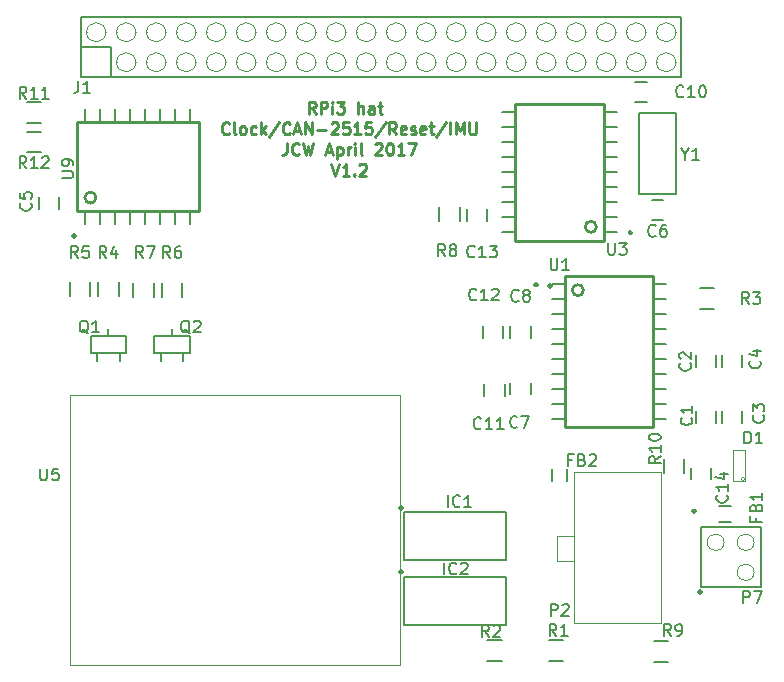
<source format=gto>
G04 #@! TF.FileFunction,Legend,Top*
%FSLAX46Y46*%
G04 Gerber Fmt 4.6, Leading zero omitted, Abs format (unit mm)*
G04 Created by KiCad (PCBNEW 4.0.4+e1-6308~48~ubuntu15.10.1-stable) date Sun Apr 23 18:13:47 2017*
%MOMM*%
%LPD*%
G01*
G04 APERTURE LIST*
%ADD10C,0.100000*%
%ADD11C,0.300000*%
%ADD12C,0.250000*%
%ADD13C,0.150000*%
%ADD14C,0.078740*%
%ADD15C,0.127000*%
%ADD16C,0.254000*%
G04 APERTURE END LIST*
D10*
D11*
X157100000Y-84935714D02*
X157171428Y-85007143D01*
X157100000Y-85078571D01*
X157028571Y-85007143D01*
X157100000Y-84935714D01*
X157100000Y-85078571D01*
X170500000Y-104135714D02*
X170571428Y-104207143D01*
X170500000Y-104278571D01*
X170428571Y-104207143D01*
X170500000Y-104135714D01*
X170500000Y-104278571D01*
X171000000Y-110935714D02*
X171071428Y-111007143D01*
X171000000Y-111078571D01*
X170928571Y-111007143D01*
X171000000Y-110935714D01*
X171000000Y-111078571D01*
X118000000Y-80835714D02*
X118071428Y-80907143D01*
X118000000Y-80978571D01*
X117928571Y-80907143D01*
X118000000Y-80835714D01*
X118000000Y-80978571D01*
X165100000Y-80535714D02*
X165171428Y-80607143D01*
X165100000Y-80678571D01*
X165028571Y-80607143D01*
X165100000Y-80535714D01*
X165100000Y-80678571D01*
X158300000Y-85035714D02*
X158371428Y-85107143D01*
X158300000Y-85178571D01*
X158228571Y-85107143D01*
X158300000Y-85035714D01*
X158300000Y-85178571D01*
X145700000Y-109235714D02*
X145771428Y-109307143D01*
X145700000Y-109378571D01*
X145628571Y-109307143D01*
X145700000Y-109235714D01*
X145700000Y-109378571D01*
X145700000Y-103835714D02*
X145771428Y-103907143D01*
X145700000Y-103978571D01*
X145628571Y-103907143D01*
X145700000Y-103835714D01*
X145700000Y-103978571D01*
D12*
X138442857Y-70527381D02*
X138109523Y-70051190D01*
X137871428Y-70527381D02*
X137871428Y-69527381D01*
X138252381Y-69527381D01*
X138347619Y-69575000D01*
X138395238Y-69622619D01*
X138442857Y-69717857D01*
X138442857Y-69860714D01*
X138395238Y-69955952D01*
X138347619Y-70003571D01*
X138252381Y-70051190D01*
X137871428Y-70051190D01*
X138871428Y-70527381D02*
X138871428Y-69527381D01*
X139252381Y-69527381D01*
X139347619Y-69575000D01*
X139395238Y-69622619D01*
X139442857Y-69717857D01*
X139442857Y-69860714D01*
X139395238Y-69955952D01*
X139347619Y-70003571D01*
X139252381Y-70051190D01*
X138871428Y-70051190D01*
X139871428Y-70527381D02*
X139871428Y-69860714D01*
X139871428Y-69527381D02*
X139823809Y-69575000D01*
X139871428Y-69622619D01*
X139919047Y-69575000D01*
X139871428Y-69527381D01*
X139871428Y-69622619D01*
X140252380Y-69527381D02*
X140871428Y-69527381D01*
X140538094Y-69908333D01*
X140680952Y-69908333D01*
X140776190Y-69955952D01*
X140823809Y-70003571D01*
X140871428Y-70098810D01*
X140871428Y-70336905D01*
X140823809Y-70432143D01*
X140776190Y-70479762D01*
X140680952Y-70527381D01*
X140395237Y-70527381D01*
X140299999Y-70479762D01*
X140252380Y-70432143D01*
X142061904Y-70527381D02*
X142061904Y-69527381D01*
X142490476Y-70527381D02*
X142490476Y-70003571D01*
X142442857Y-69908333D01*
X142347619Y-69860714D01*
X142204761Y-69860714D01*
X142109523Y-69908333D01*
X142061904Y-69955952D01*
X143395238Y-70527381D02*
X143395238Y-70003571D01*
X143347619Y-69908333D01*
X143252381Y-69860714D01*
X143061904Y-69860714D01*
X142966666Y-69908333D01*
X143395238Y-70479762D02*
X143300000Y-70527381D01*
X143061904Y-70527381D01*
X142966666Y-70479762D01*
X142919047Y-70384524D01*
X142919047Y-70289286D01*
X142966666Y-70194048D01*
X143061904Y-70146429D01*
X143300000Y-70146429D01*
X143395238Y-70098810D01*
X143728571Y-69860714D02*
X144109523Y-69860714D01*
X143871428Y-69527381D02*
X143871428Y-70384524D01*
X143919047Y-70479762D01*
X144014285Y-70527381D01*
X144109523Y-70527381D01*
X131133333Y-72182143D02*
X131085714Y-72229762D01*
X130942857Y-72277381D01*
X130847619Y-72277381D01*
X130704761Y-72229762D01*
X130609523Y-72134524D01*
X130561904Y-72039286D01*
X130514285Y-71848810D01*
X130514285Y-71705952D01*
X130561904Y-71515476D01*
X130609523Y-71420238D01*
X130704761Y-71325000D01*
X130847619Y-71277381D01*
X130942857Y-71277381D01*
X131085714Y-71325000D01*
X131133333Y-71372619D01*
X131704761Y-72277381D02*
X131609523Y-72229762D01*
X131561904Y-72134524D01*
X131561904Y-71277381D01*
X132228571Y-72277381D02*
X132133333Y-72229762D01*
X132085714Y-72182143D01*
X132038095Y-72086905D01*
X132038095Y-71801190D01*
X132085714Y-71705952D01*
X132133333Y-71658333D01*
X132228571Y-71610714D01*
X132371429Y-71610714D01*
X132466667Y-71658333D01*
X132514286Y-71705952D01*
X132561905Y-71801190D01*
X132561905Y-72086905D01*
X132514286Y-72182143D01*
X132466667Y-72229762D01*
X132371429Y-72277381D01*
X132228571Y-72277381D01*
X133419048Y-72229762D02*
X133323810Y-72277381D01*
X133133333Y-72277381D01*
X133038095Y-72229762D01*
X132990476Y-72182143D01*
X132942857Y-72086905D01*
X132942857Y-71801190D01*
X132990476Y-71705952D01*
X133038095Y-71658333D01*
X133133333Y-71610714D01*
X133323810Y-71610714D01*
X133419048Y-71658333D01*
X133847619Y-72277381D02*
X133847619Y-71277381D01*
X133942857Y-71896429D02*
X134228572Y-72277381D01*
X134228572Y-71610714D02*
X133847619Y-71991667D01*
X135371429Y-71229762D02*
X134514286Y-72515476D01*
X136276191Y-72182143D02*
X136228572Y-72229762D01*
X136085715Y-72277381D01*
X135990477Y-72277381D01*
X135847619Y-72229762D01*
X135752381Y-72134524D01*
X135704762Y-72039286D01*
X135657143Y-71848810D01*
X135657143Y-71705952D01*
X135704762Y-71515476D01*
X135752381Y-71420238D01*
X135847619Y-71325000D01*
X135990477Y-71277381D01*
X136085715Y-71277381D01*
X136228572Y-71325000D01*
X136276191Y-71372619D01*
X136657143Y-71991667D02*
X137133334Y-71991667D01*
X136561905Y-72277381D02*
X136895238Y-71277381D01*
X137228572Y-72277381D01*
X137561905Y-72277381D02*
X137561905Y-71277381D01*
X138133334Y-72277381D01*
X138133334Y-71277381D01*
X138609524Y-71896429D02*
X139371429Y-71896429D01*
X139800000Y-71372619D02*
X139847619Y-71325000D01*
X139942857Y-71277381D01*
X140180953Y-71277381D01*
X140276191Y-71325000D01*
X140323810Y-71372619D01*
X140371429Y-71467857D01*
X140371429Y-71563095D01*
X140323810Y-71705952D01*
X139752381Y-72277381D01*
X140371429Y-72277381D01*
X141276191Y-71277381D02*
X140800000Y-71277381D01*
X140752381Y-71753571D01*
X140800000Y-71705952D01*
X140895238Y-71658333D01*
X141133334Y-71658333D01*
X141228572Y-71705952D01*
X141276191Y-71753571D01*
X141323810Y-71848810D01*
X141323810Y-72086905D01*
X141276191Y-72182143D01*
X141228572Y-72229762D01*
X141133334Y-72277381D01*
X140895238Y-72277381D01*
X140800000Y-72229762D01*
X140752381Y-72182143D01*
X142276191Y-72277381D02*
X141704762Y-72277381D01*
X141990476Y-72277381D02*
X141990476Y-71277381D01*
X141895238Y-71420238D01*
X141800000Y-71515476D01*
X141704762Y-71563095D01*
X143180953Y-71277381D02*
X142704762Y-71277381D01*
X142657143Y-71753571D01*
X142704762Y-71705952D01*
X142800000Y-71658333D01*
X143038096Y-71658333D01*
X143133334Y-71705952D01*
X143180953Y-71753571D01*
X143228572Y-71848810D01*
X143228572Y-72086905D01*
X143180953Y-72182143D01*
X143133334Y-72229762D01*
X143038096Y-72277381D01*
X142800000Y-72277381D01*
X142704762Y-72229762D01*
X142657143Y-72182143D01*
X144371429Y-71229762D02*
X143514286Y-72515476D01*
X145276191Y-72277381D02*
X144942857Y-71801190D01*
X144704762Y-72277381D02*
X144704762Y-71277381D01*
X145085715Y-71277381D01*
X145180953Y-71325000D01*
X145228572Y-71372619D01*
X145276191Y-71467857D01*
X145276191Y-71610714D01*
X145228572Y-71705952D01*
X145180953Y-71753571D01*
X145085715Y-71801190D01*
X144704762Y-71801190D01*
X146085715Y-72229762D02*
X145990477Y-72277381D01*
X145800000Y-72277381D01*
X145704762Y-72229762D01*
X145657143Y-72134524D01*
X145657143Y-71753571D01*
X145704762Y-71658333D01*
X145800000Y-71610714D01*
X145990477Y-71610714D01*
X146085715Y-71658333D01*
X146133334Y-71753571D01*
X146133334Y-71848810D01*
X145657143Y-71944048D01*
X146514286Y-72229762D02*
X146609524Y-72277381D01*
X146800000Y-72277381D01*
X146895239Y-72229762D01*
X146942858Y-72134524D01*
X146942858Y-72086905D01*
X146895239Y-71991667D01*
X146800000Y-71944048D01*
X146657143Y-71944048D01*
X146561905Y-71896429D01*
X146514286Y-71801190D01*
X146514286Y-71753571D01*
X146561905Y-71658333D01*
X146657143Y-71610714D01*
X146800000Y-71610714D01*
X146895239Y-71658333D01*
X147752382Y-72229762D02*
X147657144Y-72277381D01*
X147466667Y-72277381D01*
X147371429Y-72229762D01*
X147323810Y-72134524D01*
X147323810Y-71753571D01*
X147371429Y-71658333D01*
X147466667Y-71610714D01*
X147657144Y-71610714D01*
X147752382Y-71658333D01*
X147800001Y-71753571D01*
X147800001Y-71848810D01*
X147323810Y-71944048D01*
X148085715Y-71610714D02*
X148466667Y-71610714D01*
X148228572Y-71277381D02*
X148228572Y-72134524D01*
X148276191Y-72229762D01*
X148371429Y-72277381D01*
X148466667Y-72277381D01*
X149514287Y-71229762D02*
X148657144Y-72515476D01*
X149847620Y-72277381D02*
X149847620Y-71277381D01*
X150323810Y-72277381D02*
X150323810Y-71277381D01*
X150657144Y-71991667D01*
X150990477Y-71277381D01*
X150990477Y-72277381D01*
X151466667Y-71277381D02*
X151466667Y-72086905D01*
X151514286Y-72182143D01*
X151561905Y-72229762D01*
X151657143Y-72277381D01*
X151847620Y-72277381D01*
X151942858Y-72229762D01*
X151990477Y-72182143D01*
X152038096Y-72086905D01*
X152038096Y-71277381D01*
X136014286Y-73027381D02*
X136014286Y-73741667D01*
X135966666Y-73884524D01*
X135871428Y-73979762D01*
X135728571Y-74027381D01*
X135633333Y-74027381D01*
X137061905Y-73932143D02*
X137014286Y-73979762D01*
X136871429Y-74027381D01*
X136776191Y-74027381D01*
X136633333Y-73979762D01*
X136538095Y-73884524D01*
X136490476Y-73789286D01*
X136442857Y-73598810D01*
X136442857Y-73455952D01*
X136490476Y-73265476D01*
X136538095Y-73170238D01*
X136633333Y-73075000D01*
X136776191Y-73027381D01*
X136871429Y-73027381D01*
X137014286Y-73075000D01*
X137061905Y-73122619D01*
X137395238Y-73027381D02*
X137633333Y-74027381D01*
X137823810Y-73313095D01*
X138014286Y-74027381D01*
X138252381Y-73027381D01*
X139347619Y-73741667D02*
X139823810Y-73741667D01*
X139252381Y-74027381D02*
X139585714Y-73027381D01*
X139919048Y-74027381D01*
X140252381Y-73360714D02*
X140252381Y-74360714D01*
X140252381Y-73408333D02*
X140347619Y-73360714D01*
X140538096Y-73360714D01*
X140633334Y-73408333D01*
X140680953Y-73455952D01*
X140728572Y-73551190D01*
X140728572Y-73836905D01*
X140680953Y-73932143D01*
X140633334Y-73979762D01*
X140538096Y-74027381D01*
X140347619Y-74027381D01*
X140252381Y-73979762D01*
X141157143Y-74027381D02*
X141157143Y-73360714D01*
X141157143Y-73551190D02*
X141204762Y-73455952D01*
X141252381Y-73408333D01*
X141347619Y-73360714D01*
X141442858Y-73360714D01*
X141776191Y-74027381D02*
X141776191Y-73360714D01*
X141776191Y-73027381D02*
X141728572Y-73075000D01*
X141776191Y-73122619D01*
X141823810Y-73075000D01*
X141776191Y-73027381D01*
X141776191Y-73122619D01*
X142395238Y-74027381D02*
X142300000Y-73979762D01*
X142252381Y-73884524D01*
X142252381Y-73027381D01*
X143490477Y-73122619D02*
X143538096Y-73075000D01*
X143633334Y-73027381D01*
X143871430Y-73027381D01*
X143966668Y-73075000D01*
X144014287Y-73122619D01*
X144061906Y-73217857D01*
X144061906Y-73313095D01*
X144014287Y-73455952D01*
X143442858Y-74027381D01*
X144061906Y-74027381D01*
X144680953Y-73027381D02*
X144776192Y-73027381D01*
X144871430Y-73075000D01*
X144919049Y-73122619D01*
X144966668Y-73217857D01*
X145014287Y-73408333D01*
X145014287Y-73646429D01*
X144966668Y-73836905D01*
X144919049Y-73932143D01*
X144871430Y-73979762D01*
X144776192Y-74027381D01*
X144680953Y-74027381D01*
X144585715Y-73979762D01*
X144538096Y-73932143D01*
X144490477Y-73836905D01*
X144442858Y-73646429D01*
X144442858Y-73408333D01*
X144490477Y-73217857D01*
X144538096Y-73122619D01*
X144585715Y-73075000D01*
X144680953Y-73027381D01*
X145966668Y-74027381D02*
X145395239Y-74027381D01*
X145680953Y-74027381D02*
X145680953Y-73027381D01*
X145585715Y-73170238D01*
X145490477Y-73265476D01*
X145395239Y-73313095D01*
X146300001Y-73027381D02*
X146966668Y-73027381D01*
X146538096Y-74027381D01*
X139776191Y-74777381D02*
X140109524Y-75777381D01*
X140442858Y-74777381D01*
X141300001Y-75777381D02*
X140728572Y-75777381D01*
X141014286Y-75777381D02*
X141014286Y-74777381D01*
X140919048Y-74920238D01*
X140823810Y-75015476D01*
X140728572Y-75063095D01*
X141728572Y-75682143D02*
X141776191Y-75729762D01*
X141728572Y-75777381D01*
X141680953Y-75729762D01*
X141728572Y-75682143D01*
X141728572Y-75777381D01*
X142157143Y-74872619D02*
X142204762Y-74825000D01*
X142300000Y-74777381D01*
X142538096Y-74777381D01*
X142633334Y-74825000D01*
X142680953Y-74872619D01*
X142728572Y-74967857D01*
X142728572Y-75063095D01*
X142680953Y-75205952D01*
X142109524Y-75777381D01*
X142728572Y-75777381D01*
D13*
X170650000Y-95700000D02*
X170650000Y-96700000D01*
X172350000Y-96700000D02*
X172350000Y-95700000D01*
X170650000Y-91000000D02*
X170650000Y-92000000D01*
X172350000Y-92000000D02*
X172350000Y-91000000D01*
X172850000Y-95700000D02*
X172850000Y-96700000D01*
X174550000Y-96700000D02*
X174550000Y-95700000D01*
X172850000Y-91000000D02*
X172850000Y-92000000D01*
X174550000Y-92000000D02*
X174550000Y-91000000D01*
X166900000Y-79550000D02*
X167900000Y-79550000D01*
X167900000Y-77850000D02*
X166900000Y-77850000D01*
X154950000Y-93300000D02*
X154950000Y-94300000D01*
X156650000Y-94300000D02*
X156650000Y-93300000D01*
X154950000Y-88500000D02*
X154950000Y-89500000D01*
X156650000Y-89500000D02*
X156650000Y-88500000D01*
X165500000Y-69550000D02*
X166500000Y-69550000D01*
X166500000Y-67850000D02*
X165500000Y-67850000D01*
X152750000Y-93400000D02*
X152750000Y-94400000D01*
X154450000Y-94400000D02*
X154450000Y-93400000D01*
X152650000Y-88500000D02*
X152650000Y-89500000D01*
X154350000Y-89500000D02*
X154350000Y-88500000D01*
X151250000Y-78600000D02*
X151250000Y-79600000D01*
X152950000Y-79600000D02*
X152950000Y-78600000D01*
D14*
X174809590Y-101476020D02*
G75*
G03X174809590Y-101476020I-159070J0D01*
G01*
X173792000Y-99030000D02*
X174808000Y-99030000D01*
X173792000Y-101633500D02*
X174808000Y-101633500D01*
X174808000Y-99030000D02*
X174808000Y-101633500D01*
X173792000Y-101633500D02*
X173792000Y-99030000D01*
D15*
X121852500Y-90798500D02*
X121852500Y-91458900D01*
X119947500Y-90798500D02*
X119947500Y-91458900D01*
X120900000Y-89401500D02*
X120900000Y-88741100D01*
X119401400Y-89401500D02*
X122398600Y-89401500D01*
X122398600Y-89401500D02*
X122398600Y-90798500D01*
X122398600Y-90798500D02*
X119401400Y-90798500D01*
X119401400Y-90798500D02*
X119401400Y-89401500D01*
X127252500Y-90798500D02*
X127252500Y-91458900D01*
X125347500Y-90798500D02*
X125347500Y-91458900D01*
X126300000Y-89401500D02*
X126300000Y-88741100D01*
X124801400Y-89401500D02*
X127798600Y-89401500D01*
X127798600Y-89401500D02*
X127798600Y-90798500D01*
X127798600Y-90798500D02*
X124801400Y-90798500D01*
X124801400Y-90798500D02*
X124801400Y-89401500D01*
D13*
X159400000Y-116875000D02*
X158200000Y-116875000D01*
X158200000Y-115125000D02*
X159400000Y-115125000D01*
X154200000Y-116875000D02*
X153000000Y-116875000D01*
X153000000Y-115125000D02*
X154200000Y-115125000D01*
X172200000Y-87075000D02*
X171000000Y-87075000D01*
X171000000Y-85325000D02*
X172200000Y-85325000D01*
X121775000Y-84800000D02*
X121775000Y-86000000D01*
X120025000Y-86000000D02*
X120025000Y-84800000D01*
X117625000Y-86000000D02*
X117625000Y-84800000D01*
X119375000Y-84800000D02*
X119375000Y-86000000D01*
X127175000Y-84900000D02*
X127175000Y-86100000D01*
X125425000Y-86100000D02*
X125425000Y-84900000D01*
X123025000Y-86100000D02*
X123025000Y-84900000D01*
X124775000Y-84900000D02*
X124775000Y-86100000D01*
X150675000Y-78400000D02*
X150675000Y-79600000D01*
X148925000Y-79600000D02*
X148925000Y-78400000D01*
X167100000Y-115225000D02*
X168300000Y-115225000D01*
X168300000Y-116975000D02*
X167100000Y-116975000D01*
X167925000Y-101000000D02*
X167925000Y-99800000D01*
X169675000Y-99800000D02*
X169675000Y-101000000D01*
D16*
X155350960Y-69701180D02*
X155350960Y-81298820D01*
X162849040Y-81298820D02*
X162849040Y-69701180D01*
D15*
X155340800Y-70420000D02*
X154248600Y-70420000D01*
X155340800Y-71690000D02*
X154248600Y-71690000D01*
X155340800Y-72960000D02*
X154248600Y-72960000D01*
X163951400Y-80580000D02*
X162859200Y-80580000D01*
D16*
X162849040Y-69701180D02*
X155350960Y-69701180D01*
X155350960Y-81298820D02*
X162849040Y-81298820D01*
D15*
X155340800Y-80580000D02*
X154248600Y-80580000D01*
X155340800Y-79310000D02*
X154248600Y-79310000D01*
X155340800Y-78040000D02*
X154248600Y-78040000D01*
X154248600Y-76770000D02*
X155340800Y-76770000D01*
X154248600Y-75500000D02*
X155340800Y-75500000D01*
X154248600Y-74230000D02*
X155340800Y-74230000D01*
X162859200Y-70420000D02*
X163951400Y-70420000D01*
X162859200Y-71690000D02*
X163951400Y-71690000D01*
X162859200Y-72960000D02*
X163951400Y-72960000D01*
X162859200Y-79310000D02*
X163951400Y-79310000D01*
X163951400Y-78040000D02*
X162859200Y-78040000D01*
X163951400Y-74230000D02*
X162859200Y-74230000D01*
X163951400Y-75500000D02*
X162859200Y-75500000D01*
X163951400Y-76770000D02*
X162859200Y-76770000D01*
D16*
X162219147Y-80115180D02*
G75*
G03X162219147Y-80115180I-472467J0D01*
G01*
X128551120Y-71250960D02*
X118248880Y-71250960D01*
X118248880Y-78749040D02*
X128551120Y-78749040D01*
D15*
X127845000Y-71240800D02*
X127845000Y-70148600D01*
X126575000Y-71240800D02*
X126575000Y-70148600D01*
X125305000Y-71240800D02*
X125305000Y-70148600D01*
D16*
X128551120Y-78749040D02*
X128551120Y-71250960D01*
X118248880Y-71250960D02*
X118248880Y-78749040D01*
D15*
X118955000Y-71240800D02*
X118955000Y-70148600D01*
X120225000Y-71240800D02*
X120225000Y-70148600D01*
X121495000Y-70148600D02*
X121495000Y-71240800D01*
X122765000Y-70148600D02*
X122765000Y-71240800D01*
X124035000Y-70148600D02*
X124035000Y-71240800D01*
X127845000Y-78759200D02*
X127845000Y-79851400D01*
X126575000Y-78759200D02*
X126575000Y-79851400D01*
X125305000Y-78759200D02*
X125305000Y-79851400D01*
X118955000Y-78759200D02*
X118955000Y-79851400D01*
X120225000Y-79851400D02*
X120225000Y-78759200D01*
X124035000Y-79851400D02*
X124035000Y-78759200D01*
X122765000Y-79851400D02*
X122765000Y-78759200D01*
X121495000Y-79851400D02*
X121495000Y-78759200D01*
D16*
X119856727Y-77646680D02*
G75*
G03X119856727Y-77646680I-472467J0D01*
G01*
D13*
X169000000Y-70500000D02*
X169000000Y-77300000D01*
X169000000Y-77300000D02*
X165800000Y-77300000D01*
X165800000Y-77300000D02*
X165800000Y-70500000D01*
X165800000Y-70500000D02*
X169000000Y-70500000D01*
X173600000Y-105075000D02*
X172600000Y-105075000D01*
X172600000Y-103725000D02*
X173600000Y-103725000D01*
X159775000Y-100600000D02*
X159775000Y-101600000D01*
X158425000Y-101600000D02*
X158425000Y-100600000D01*
X171060000Y-105560000D02*
X176140000Y-105560000D01*
X176140000Y-105560000D02*
X176140000Y-110640000D01*
X176140000Y-110640000D02*
X171060000Y-110640000D01*
X171060000Y-110640000D02*
X171060000Y-105560000D01*
D16*
X159550960Y-84299200D02*
X159550960Y-97100800D01*
X167049040Y-97100800D02*
X167049040Y-84299200D01*
D15*
X168151400Y-96415000D02*
X167059200Y-96415000D01*
X167059200Y-95145000D02*
X168151400Y-95145000D01*
X167059200Y-93875000D02*
X168151400Y-93875000D01*
X167059200Y-92605000D02*
X168151400Y-92605000D01*
X158448600Y-84985000D02*
X159540800Y-84985000D01*
X159540800Y-96415000D02*
X158448600Y-96415000D01*
D16*
X159550960Y-97100800D02*
X167049040Y-97100800D01*
X167049040Y-84299200D02*
X159550960Y-84299200D01*
D15*
X167059200Y-84985000D02*
X168151400Y-84985000D01*
X167059200Y-86255000D02*
X168151400Y-86255000D01*
X167059200Y-87525000D02*
X168151400Y-87525000D01*
X168151400Y-88795000D02*
X167059200Y-88795000D01*
X168151400Y-90065000D02*
X167059200Y-90065000D01*
X168151400Y-91335000D02*
X167059200Y-91335000D01*
X159540800Y-95145000D02*
X158448600Y-95145000D01*
X159540800Y-93875000D02*
X158448600Y-93875000D01*
X159540800Y-92605000D02*
X158448600Y-92605000D01*
X159540800Y-86255000D02*
X158448600Y-86255000D01*
X158448600Y-87525000D02*
X159540800Y-87525000D01*
X158448600Y-91335000D02*
X159540800Y-91335000D01*
X158448600Y-90065000D02*
X159540800Y-90065000D01*
X158448600Y-88795000D02*
X159540800Y-88795000D01*
D16*
X161125787Y-85485380D02*
G75*
G03X161125787Y-85485380I-472467J0D01*
G01*
D13*
X116699000Y-78592300D02*
X116699000Y-77592300D01*
X114999000Y-77592300D02*
X114999000Y-78592300D01*
X115243000Y-71309200D02*
X114043000Y-71309200D01*
X114043000Y-69559200D02*
X115243000Y-69559200D01*
X115205000Y-73798400D02*
X114005000Y-73798400D01*
X114005000Y-72048400D02*
X115205000Y-72048400D01*
X171950000Y-101500000D02*
X171950000Y-100500000D01*
X170250000Y-100500000D02*
X170250000Y-101500000D01*
X169398000Y-62379000D02*
X118598000Y-62379000D01*
X121138000Y-67459000D02*
X169398000Y-67459000D01*
X169398000Y-62379000D02*
X169398000Y-67459000D01*
X118598000Y-62379000D02*
X118598000Y-64919000D01*
X118598000Y-67459000D02*
X121138000Y-67459000D01*
X118598000Y-64919000D02*
X121138000Y-64919000D01*
X121138000Y-64919000D02*
X121138000Y-67459000D01*
X118598000Y-67459000D02*
X118598000Y-64919000D01*
X154566000Y-104238000D02*
X154566000Y-108302000D01*
X154566000Y-108302000D02*
X145930000Y-108302000D01*
X145930000Y-108302000D02*
X145930000Y-104238000D01*
X145930000Y-104238000D02*
X154566000Y-104238000D01*
X154566000Y-109738000D02*
X154566000Y-113802000D01*
X154566000Y-113802000D02*
X145930000Y-113802000D01*
X145930000Y-113802000D02*
X145930000Y-109738000D01*
X145930000Y-109738000D02*
X154566000Y-109738000D01*
D10*
X158900000Y-108400000D02*
X160300000Y-108400000D01*
X158900000Y-108400000D02*
X158900000Y-106300000D01*
X158900000Y-106300000D02*
X160300000Y-106300000D01*
X160300000Y-100900000D02*
X160300000Y-111300000D01*
X167700000Y-111500000D02*
X167700000Y-113700000D01*
X167700000Y-113700000D02*
X160300000Y-113700000D01*
X160300000Y-113700000D02*
X160300000Y-111300000D01*
X160300000Y-100900000D02*
X167700000Y-100900000D01*
X167700000Y-100900000D02*
X167700000Y-103100000D01*
X167700000Y-111500000D02*
X167700000Y-103100000D01*
X131600000Y-117230000D02*
X117630000Y-117230000D01*
X117630000Y-117230000D02*
X117630000Y-94370000D01*
X117630000Y-94370000D02*
X145570000Y-94370000D01*
X145570000Y-94370000D02*
X145570000Y-117230000D01*
X145570000Y-117230000D02*
X131600000Y-117230000D01*
X131600000Y-94370000D02*
X122710000Y-94370000D01*
X117630000Y-105800000D02*
X117630000Y-99450000D01*
X145570000Y-105800000D02*
X145570000Y-113420000D01*
X173042000Y-106830000D02*
G75*
G03X173042000Y-106830000I-712000J0D01*
G01*
X175582000Y-109370000D02*
G75*
G03X175582000Y-109370000I-712000J0D01*
G01*
X175582000Y-106830000D02*
G75*
G03X175582000Y-106830000I-712000J0D01*
G01*
X119054400Y-63649000D02*
X119054400Y-63649000D01*
X120681600Y-63649000D02*
X120681600Y-63649000D01*
X119054400Y-63649000D02*
G75*
G03X120681600Y-63649000I813600J0D01*
G01*
X120681600Y-63649000D02*
G75*
G03X119054400Y-63649000I-813600J0D01*
G01*
X121594400Y-66189000D02*
X121594400Y-66189000D01*
X123221600Y-66189000D02*
X123221600Y-66189000D01*
X121594400Y-66189000D02*
G75*
G03X123221600Y-66189000I813600J0D01*
G01*
X123221600Y-66189000D02*
G75*
G03X121594400Y-66189000I-813600J0D01*
G01*
X121594400Y-63649000D02*
X121594400Y-63649000D01*
X123221600Y-63649000D02*
X123221600Y-63649000D01*
X121594400Y-63649000D02*
G75*
G03X123221600Y-63649000I813600J0D01*
G01*
X123221600Y-63649000D02*
G75*
G03X121594400Y-63649000I-813600J0D01*
G01*
X124134400Y-66189000D02*
X124134400Y-66189000D01*
X125761600Y-66189000D02*
X125761600Y-66189000D01*
X124134400Y-66189000D02*
G75*
G03X125761600Y-66189000I813600J0D01*
G01*
X125761600Y-66189000D02*
G75*
G03X124134400Y-66189000I-813600J0D01*
G01*
X124134400Y-63649000D02*
X124134400Y-63649000D01*
X125761600Y-63649000D02*
X125761600Y-63649000D01*
X124134400Y-63649000D02*
G75*
G03X125761600Y-63649000I813600J0D01*
G01*
X125761600Y-63649000D02*
G75*
G03X124134400Y-63649000I-813600J0D01*
G01*
X126674400Y-66189000D02*
X126674400Y-66189000D01*
X128301600Y-66189000D02*
X128301600Y-66189000D01*
X126674400Y-66189000D02*
G75*
G03X128301600Y-66189000I813600J0D01*
G01*
X128301600Y-66189000D02*
G75*
G03X126674400Y-66189000I-813600J0D01*
G01*
X126674400Y-63649000D02*
X126674400Y-63649000D01*
X128301600Y-63649000D02*
X128301600Y-63649000D01*
X126674400Y-63649000D02*
G75*
G03X128301600Y-63649000I813600J0D01*
G01*
X128301600Y-63649000D02*
G75*
G03X126674400Y-63649000I-813600J0D01*
G01*
X129214400Y-66189000D02*
X129214400Y-66189000D01*
X130841600Y-66189000D02*
X130841600Y-66189000D01*
X129214400Y-66189000D02*
G75*
G03X130841600Y-66189000I813600J0D01*
G01*
X130841600Y-66189000D02*
G75*
G03X129214400Y-66189000I-813600J0D01*
G01*
X129214400Y-63649000D02*
X129214400Y-63649000D01*
X130841600Y-63649000D02*
X130841600Y-63649000D01*
X129214400Y-63649000D02*
G75*
G03X130841600Y-63649000I813600J0D01*
G01*
X130841600Y-63649000D02*
G75*
G03X129214400Y-63649000I-813600J0D01*
G01*
X131754400Y-66189000D02*
X131754400Y-66189000D01*
X133381600Y-66189000D02*
X133381600Y-66189000D01*
X131754400Y-66189000D02*
G75*
G03X133381600Y-66189000I813600J0D01*
G01*
X133381600Y-66189000D02*
G75*
G03X131754400Y-66189000I-813600J0D01*
G01*
X131754400Y-63649000D02*
X131754400Y-63649000D01*
X133381600Y-63649000D02*
X133381600Y-63649000D01*
X131754400Y-63649000D02*
G75*
G03X133381600Y-63649000I813600J0D01*
G01*
X133381600Y-63649000D02*
G75*
G03X131754400Y-63649000I-813600J0D01*
G01*
X134294400Y-66189000D02*
X134294400Y-66189000D01*
X135921600Y-66189000D02*
X135921600Y-66189000D01*
X134294400Y-66189000D02*
G75*
G03X135921600Y-66189000I813600J0D01*
G01*
X135921600Y-66189000D02*
G75*
G03X134294400Y-66189000I-813600J0D01*
G01*
X134294400Y-63649000D02*
X134294400Y-63649000D01*
X135921600Y-63649000D02*
X135921600Y-63649000D01*
X134294400Y-63649000D02*
G75*
G03X135921600Y-63649000I813600J0D01*
G01*
X135921600Y-63649000D02*
G75*
G03X134294400Y-63649000I-813600J0D01*
G01*
X136834400Y-66189000D02*
X136834400Y-66189000D01*
X138461600Y-66189000D02*
X138461600Y-66189000D01*
X136834400Y-66189000D02*
G75*
G03X138461600Y-66189000I813600J0D01*
G01*
X138461600Y-66189000D02*
G75*
G03X136834400Y-66189000I-813600J0D01*
G01*
X136834400Y-63649000D02*
X136834400Y-63649000D01*
X138461600Y-63649000D02*
X138461600Y-63649000D01*
X136834400Y-63649000D02*
G75*
G03X138461600Y-63649000I813600J0D01*
G01*
X138461600Y-63649000D02*
G75*
G03X136834400Y-63649000I-813600J0D01*
G01*
X139374400Y-66189000D02*
X139374400Y-66189000D01*
X141001600Y-66189000D02*
X141001600Y-66189000D01*
X139374400Y-66189000D02*
G75*
G03X141001600Y-66189000I813600J0D01*
G01*
X141001600Y-66189000D02*
G75*
G03X139374400Y-66189000I-813600J0D01*
G01*
X139374400Y-63649000D02*
X139374400Y-63649000D01*
X141001600Y-63649000D02*
X141001600Y-63649000D01*
X139374400Y-63649000D02*
G75*
G03X141001600Y-63649000I813600J0D01*
G01*
X141001600Y-63649000D02*
G75*
G03X139374400Y-63649000I-813600J0D01*
G01*
X141914400Y-66189000D02*
X141914400Y-66189000D01*
X143541600Y-66189000D02*
X143541600Y-66189000D01*
X141914400Y-66189000D02*
G75*
G03X143541600Y-66189000I813600J0D01*
G01*
X143541600Y-66189000D02*
G75*
G03X141914400Y-66189000I-813600J0D01*
G01*
X141914400Y-63649000D02*
X141914400Y-63649000D01*
X143541600Y-63649000D02*
X143541600Y-63649000D01*
X141914400Y-63649000D02*
G75*
G03X143541600Y-63649000I813600J0D01*
G01*
X143541600Y-63649000D02*
G75*
G03X141914400Y-63649000I-813600J0D01*
G01*
X144454400Y-66189000D02*
X144454400Y-66189000D01*
X146081600Y-66189000D02*
X146081600Y-66189000D01*
X144454400Y-66189000D02*
G75*
G03X146081600Y-66189000I813600J0D01*
G01*
X146081600Y-66189000D02*
G75*
G03X144454400Y-66189000I-813600J0D01*
G01*
X144454400Y-63649000D02*
X144454400Y-63649000D01*
X146081600Y-63649000D02*
X146081600Y-63649000D01*
X144454400Y-63649000D02*
G75*
G03X146081600Y-63649000I813600J0D01*
G01*
X146081600Y-63649000D02*
G75*
G03X144454400Y-63649000I-813600J0D01*
G01*
X146994400Y-66189000D02*
X146994400Y-66189000D01*
X148621600Y-66189000D02*
X148621600Y-66189000D01*
X146994400Y-66189000D02*
G75*
G03X148621600Y-66189000I813600J0D01*
G01*
X148621600Y-66189000D02*
G75*
G03X146994400Y-66189000I-813600J0D01*
G01*
X146994400Y-63649000D02*
X146994400Y-63649000D01*
X148621600Y-63649000D02*
X148621600Y-63649000D01*
X146994400Y-63649000D02*
G75*
G03X148621600Y-63649000I813600J0D01*
G01*
X148621600Y-63649000D02*
G75*
G03X146994400Y-63649000I-813600J0D01*
G01*
X149534400Y-66189000D02*
X149534400Y-66189000D01*
X151161600Y-66189000D02*
X151161600Y-66189000D01*
X149534400Y-66189000D02*
G75*
G03X151161600Y-66189000I813600J0D01*
G01*
X151161600Y-66189000D02*
G75*
G03X149534400Y-66189000I-813600J0D01*
G01*
X149534400Y-63649000D02*
X149534400Y-63649000D01*
X151161600Y-63649000D02*
X151161600Y-63649000D01*
X149534400Y-63649000D02*
G75*
G03X151161600Y-63649000I813600J0D01*
G01*
X151161600Y-63649000D02*
G75*
G03X149534400Y-63649000I-813600J0D01*
G01*
X152074400Y-66189000D02*
X152074400Y-66189000D01*
X153701600Y-66189000D02*
X153701600Y-66189000D01*
X152074400Y-66189000D02*
G75*
G03X153701600Y-66189000I813600J0D01*
G01*
X153701600Y-66189000D02*
G75*
G03X152074400Y-66189000I-813600J0D01*
G01*
X152074400Y-63649000D02*
X152074400Y-63649000D01*
X153701600Y-63649000D02*
X153701600Y-63649000D01*
X152074400Y-63649000D02*
G75*
G03X153701600Y-63649000I813600J0D01*
G01*
X153701600Y-63649000D02*
G75*
G03X152074400Y-63649000I-813600J0D01*
G01*
X154614400Y-66189000D02*
X154614400Y-66189000D01*
X156241600Y-66189000D02*
X156241600Y-66189000D01*
X154614400Y-66189000D02*
G75*
G03X156241600Y-66189000I813600J0D01*
G01*
X156241600Y-66189000D02*
G75*
G03X154614400Y-66189000I-813600J0D01*
G01*
X154614400Y-63649000D02*
X154614400Y-63649000D01*
X156241600Y-63649000D02*
X156241600Y-63649000D01*
X154614400Y-63649000D02*
G75*
G03X156241600Y-63649000I813600J0D01*
G01*
X156241600Y-63649000D02*
G75*
G03X154614400Y-63649000I-813600J0D01*
G01*
X157154400Y-66189000D02*
X157154400Y-66189000D01*
X158781600Y-66189000D02*
X158781600Y-66189000D01*
X157154400Y-66189000D02*
G75*
G03X158781600Y-66189000I813600J0D01*
G01*
X158781600Y-66189000D02*
G75*
G03X157154400Y-66189000I-813600J0D01*
G01*
X157154400Y-63649000D02*
X157154400Y-63649000D01*
X158781600Y-63649000D02*
X158781600Y-63649000D01*
X157154400Y-63649000D02*
G75*
G03X158781600Y-63649000I813600J0D01*
G01*
X158781600Y-63649000D02*
G75*
G03X157154400Y-63649000I-813600J0D01*
G01*
X159694400Y-66189000D02*
X159694400Y-66189000D01*
X161321600Y-66189000D02*
X161321600Y-66189000D01*
X159694400Y-66189000D02*
G75*
G03X161321600Y-66189000I813600J0D01*
G01*
X161321600Y-66189000D02*
G75*
G03X159694400Y-66189000I-813600J0D01*
G01*
X159694400Y-63649000D02*
X159694400Y-63649000D01*
X161321600Y-63649000D02*
X161321600Y-63649000D01*
X159694400Y-63649000D02*
G75*
G03X161321600Y-63649000I813600J0D01*
G01*
X161321600Y-63649000D02*
G75*
G03X159694400Y-63649000I-813600J0D01*
G01*
X162234400Y-66189000D02*
X162234400Y-66189000D01*
X163861600Y-66189000D02*
X163861600Y-66189000D01*
X162234400Y-66189000D02*
G75*
G03X163861600Y-66189000I813600J0D01*
G01*
X163861600Y-66189000D02*
G75*
G03X162234400Y-66189000I-813600J0D01*
G01*
X162234400Y-63649000D02*
X162234400Y-63649000D01*
X163861600Y-63649000D02*
X163861600Y-63649000D01*
X162234400Y-63649000D02*
G75*
G03X163861600Y-63649000I813600J0D01*
G01*
X163861600Y-63649000D02*
G75*
G03X162234400Y-63649000I-813600J0D01*
G01*
X164774400Y-66189000D02*
X164774400Y-66189000D01*
X166401600Y-66189000D02*
X166401600Y-66189000D01*
X164774400Y-66189000D02*
G75*
G03X166401600Y-66189000I813600J0D01*
G01*
X166401600Y-66189000D02*
G75*
G03X164774400Y-66189000I-813600J0D01*
G01*
X164774400Y-63649000D02*
X164774400Y-63649000D01*
X166401600Y-63649000D02*
X166401600Y-63649000D01*
X164774400Y-63649000D02*
G75*
G03X166401600Y-63649000I813600J0D01*
G01*
X166401600Y-63649000D02*
G75*
G03X164774400Y-63649000I-813600J0D01*
G01*
X167314400Y-66189000D02*
X167314400Y-66189000D01*
X168941600Y-66189000D02*
X168941600Y-66189000D01*
X167314400Y-66189000D02*
G75*
G03X168941600Y-66189000I813600J0D01*
G01*
X168941600Y-66189000D02*
G75*
G03X167314400Y-66189000I-813600J0D01*
G01*
X167314400Y-63649000D02*
X167314400Y-63649000D01*
X168941600Y-63649000D02*
X168941600Y-63649000D01*
X167314400Y-63649000D02*
G75*
G03X168941600Y-63649000I813600J0D01*
G01*
X168941600Y-63649000D02*
G75*
G03X167314400Y-63649000I-813600J0D01*
G01*
D13*
X170257143Y-96266666D02*
X170304762Y-96314285D01*
X170352381Y-96457142D01*
X170352381Y-96552380D01*
X170304762Y-96695238D01*
X170209524Y-96790476D01*
X170114286Y-96838095D01*
X169923810Y-96885714D01*
X169780952Y-96885714D01*
X169590476Y-96838095D01*
X169495238Y-96790476D01*
X169400000Y-96695238D01*
X169352381Y-96552380D01*
X169352381Y-96457142D01*
X169400000Y-96314285D01*
X169447619Y-96266666D01*
X170352381Y-95314285D02*
X170352381Y-95885714D01*
X170352381Y-95600000D02*
X169352381Y-95600000D01*
X169495238Y-95695238D01*
X169590476Y-95790476D01*
X169638095Y-95885714D01*
X170157143Y-91666666D02*
X170204762Y-91714285D01*
X170252381Y-91857142D01*
X170252381Y-91952380D01*
X170204762Y-92095238D01*
X170109524Y-92190476D01*
X170014286Y-92238095D01*
X169823810Y-92285714D01*
X169680952Y-92285714D01*
X169490476Y-92238095D01*
X169395238Y-92190476D01*
X169300000Y-92095238D01*
X169252381Y-91952380D01*
X169252381Y-91857142D01*
X169300000Y-91714285D01*
X169347619Y-91666666D01*
X169347619Y-91285714D02*
X169300000Y-91238095D01*
X169252381Y-91142857D01*
X169252381Y-90904761D01*
X169300000Y-90809523D01*
X169347619Y-90761904D01*
X169442857Y-90714285D01*
X169538095Y-90714285D01*
X169680952Y-90761904D01*
X170252381Y-91333333D01*
X170252381Y-90714285D01*
X176357143Y-96066666D02*
X176404762Y-96114285D01*
X176452381Y-96257142D01*
X176452381Y-96352380D01*
X176404762Y-96495238D01*
X176309524Y-96590476D01*
X176214286Y-96638095D01*
X176023810Y-96685714D01*
X175880952Y-96685714D01*
X175690476Y-96638095D01*
X175595238Y-96590476D01*
X175500000Y-96495238D01*
X175452381Y-96352380D01*
X175452381Y-96257142D01*
X175500000Y-96114285D01*
X175547619Y-96066666D01*
X175452381Y-95733333D02*
X175452381Y-95114285D01*
X175833333Y-95447619D01*
X175833333Y-95304761D01*
X175880952Y-95209523D01*
X175928571Y-95161904D01*
X176023810Y-95114285D01*
X176261905Y-95114285D01*
X176357143Y-95161904D01*
X176404762Y-95209523D01*
X176452381Y-95304761D01*
X176452381Y-95590476D01*
X176404762Y-95685714D01*
X176357143Y-95733333D01*
X176057143Y-91466666D02*
X176104762Y-91514285D01*
X176152381Y-91657142D01*
X176152381Y-91752380D01*
X176104762Y-91895238D01*
X176009524Y-91990476D01*
X175914286Y-92038095D01*
X175723810Y-92085714D01*
X175580952Y-92085714D01*
X175390476Y-92038095D01*
X175295238Y-91990476D01*
X175200000Y-91895238D01*
X175152381Y-91752380D01*
X175152381Y-91657142D01*
X175200000Y-91514285D01*
X175247619Y-91466666D01*
X175485714Y-90609523D02*
X176152381Y-90609523D01*
X175104762Y-90847619D02*
X175819048Y-91085714D01*
X175819048Y-90466666D01*
X167233334Y-80857143D02*
X167185715Y-80904762D01*
X167042858Y-80952381D01*
X166947620Y-80952381D01*
X166804762Y-80904762D01*
X166709524Y-80809524D01*
X166661905Y-80714286D01*
X166614286Y-80523810D01*
X166614286Y-80380952D01*
X166661905Y-80190476D01*
X166709524Y-80095238D01*
X166804762Y-80000000D01*
X166947620Y-79952381D01*
X167042858Y-79952381D01*
X167185715Y-80000000D01*
X167233334Y-80047619D01*
X168090477Y-79952381D02*
X167900000Y-79952381D01*
X167804762Y-80000000D01*
X167757143Y-80047619D01*
X167661905Y-80190476D01*
X167614286Y-80380952D01*
X167614286Y-80761905D01*
X167661905Y-80857143D01*
X167709524Y-80904762D01*
X167804762Y-80952381D01*
X167995239Y-80952381D01*
X168090477Y-80904762D01*
X168138096Y-80857143D01*
X168185715Y-80761905D01*
X168185715Y-80523810D01*
X168138096Y-80428571D01*
X168090477Y-80380952D01*
X167995239Y-80333333D01*
X167804762Y-80333333D01*
X167709524Y-80380952D01*
X167661905Y-80428571D01*
X167614286Y-80523810D01*
X155533334Y-97057143D02*
X155485715Y-97104762D01*
X155342858Y-97152381D01*
X155247620Y-97152381D01*
X155104762Y-97104762D01*
X155009524Y-97009524D01*
X154961905Y-96914286D01*
X154914286Y-96723810D01*
X154914286Y-96580952D01*
X154961905Y-96390476D01*
X155009524Y-96295238D01*
X155104762Y-96200000D01*
X155247620Y-96152381D01*
X155342858Y-96152381D01*
X155485715Y-96200000D01*
X155533334Y-96247619D01*
X155866667Y-96152381D02*
X156533334Y-96152381D01*
X156104762Y-97152381D01*
X155633334Y-86357143D02*
X155585715Y-86404762D01*
X155442858Y-86452381D01*
X155347620Y-86452381D01*
X155204762Y-86404762D01*
X155109524Y-86309524D01*
X155061905Y-86214286D01*
X155014286Y-86023810D01*
X155014286Y-85880952D01*
X155061905Y-85690476D01*
X155109524Y-85595238D01*
X155204762Y-85500000D01*
X155347620Y-85452381D01*
X155442858Y-85452381D01*
X155585715Y-85500000D01*
X155633334Y-85547619D01*
X156204762Y-85880952D02*
X156109524Y-85833333D01*
X156061905Y-85785714D01*
X156014286Y-85690476D01*
X156014286Y-85642857D01*
X156061905Y-85547619D01*
X156109524Y-85500000D01*
X156204762Y-85452381D01*
X156395239Y-85452381D01*
X156490477Y-85500000D01*
X156538096Y-85547619D01*
X156585715Y-85642857D01*
X156585715Y-85690476D01*
X156538096Y-85785714D01*
X156490477Y-85833333D01*
X156395239Y-85880952D01*
X156204762Y-85880952D01*
X156109524Y-85928571D01*
X156061905Y-85976190D01*
X156014286Y-86071429D01*
X156014286Y-86261905D01*
X156061905Y-86357143D01*
X156109524Y-86404762D01*
X156204762Y-86452381D01*
X156395239Y-86452381D01*
X156490477Y-86404762D01*
X156538096Y-86357143D01*
X156585715Y-86261905D01*
X156585715Y-86071429D01*
X156538096Y-85976190D01*
X156490477Y-85928571D01*
X156395239Y-85880952D01*
X169580143Y-69048343D02*
X169532524Y-69095962D01*
X169389667Y-69143581D01*
X169294429Y-69143581D01*
X169151571Y-69095962D01*
X169056333Y-69000724D01*
X169008714Y-68905486D01*
X168961095Y-68715010D01*
X168961095Y-68572152D01*
X169008714Y-68381676D01*
X169056333Y-68286438D01*
X169151571Y-68191200D01*
X169294429Y-68143581D01*
X169389667Y-68143581D01*
X169532524Y-68191200D01*
X169580143Y-68238819D01*
X170532524Y-69143581D02*
X169961095Y-69143581D01*
X170246809Y-69143581D02*
X170246809Y-68143581D01*
X170151571Y-68286438D01*
X170056333Y-68381676D01*
X169961095Y-68429295D01*
X171151571Y-68143581D02*
X171246810Y-68143581D01*
X171342048Y-68191200D01*
X171389667Y-68238819D01*
X171437286Y-68334057D01*
X171484905Y-68524533D01*
X171484905Y-68762629D01*
X171437286Y-68953105D01*
X171389667Y-69048343D01*
X171342048Y-69095962D01*
X171246810Y-69143581D01*
X171151571Y-69143581D01*
X171056333Y-69095962D01*
X171008714Y-69048343D01*
X170961095Y-68953105D01*
X170913476Y-68762629D01*
X170913476Y-68524533D01*
X170961095Y-68334057D01*
X171008714Y-68238819D01*
X171056333Y-68191200D01*
X171151571Y-68143581D01*
X152457143Y-97157143D02*
X152409524Y-97204762D01*
X152266667Y-97252381D01*
X152171429Y-97252381D01*
X152028571Y-97204762D01*
X151933333Y-97109524D01*
X151885714Y-97014286D01*
X151838095Y-96823810D01*
X151838095Y-96680952D01*
X151885714Y-96490476D01*
X151933333Y-96395238D01*
X152028571Y-96300000D01*
X152171429Y-96252381D01*
X152266667Y-96252381D01*
X152409524Y-96300000D01*
X152457143Y-96347619D01*
X153409524Y-97252381D02*
X152838095Y-97252381D01*
X153123809Y-97252381D02*
X153123809Y-96252381D01*
X153028571Y-96395238D01*
X152933333Y-96490476D01*
X152838095Y-96538095D01*
X154361905Y-97252381D02*
X153790476Y-97252381D01*
X154076190Y-97252381D02*
X154076190Y-96252381D01*
X153980952Y-96395238D01*
X153885714Y-96490476D01*
X153790476Y-96538095D01*
X152057143Y-86257143D02*
X152009524Y-86304762D01*
X151866667Y-86352381D01*
X151771429Y-86352381D01*
X151628571Y-86304762D01*
X151533333Y-86209524D01*
X151485714Y-86114286D01*
X151438095Y-85923810D01*
X151438095Y-85780952D01*
X151485714Y-85590476D01*
X151533333Y-85495238D01*
X151628571Y-85400000D01*
X151771429Y-85352381D01*
X151866667Y-85352381D01*
X152009524Y-85400000D01*
X152057143Y-85447619D01*
X153009524Y-86352381D02*
X152438095Y-86352381D01*
X152723809Y-86352381D02*
X152723809Y-85352381D01*
X152628571Y-85495238D01*
X152533333Y-85590476D01*
X152438095Y-85638095D01*
X153390476Y-85447619D02*
X153438095Y-85400000D01*
X153533333Y-85352381D01*
X153771429Y-85352381D01*
X153866667Y-85400000D01*
X153914286Y-85447619D01*
X153961905Y-85542857D01*
X153961905Y-85638095D01*
X153914286Y-85780952D01*
X153342857Y-86352381D01*
X153961905Y-86352381D01*
X151907143Y-82617143D02*
X151859524Y-82664762D01*
X151716667Y-82712381D01*
X151621429Y-82712381D01*
X151478571Y-82664762D01*
X151383333Y-82569524D01*
X151335714Y-82474286D01*
X151288095Y-82283810D01*
X151288095Y-82140952D01*
X151335714Y-81950476D01*
X151383333Y-81855238D01*
X151478571Y-81760000D01*
X151621429Y-81712381D01*
X151716667Y-81712381D01*
X151859524Y-81760000D01*
X151907143Y-81807619D01*
X152859524Y-82712381D02*
X152288095Y-82712381D01*
X152573809Y-82712381D02*
X152573809Y-81712381D01*
X152478571Y-81855238D01*
X152383333Y-81950476D01*
X152288095Y-81998095D01*
X153192857Y-81712381D02*
X153811905Y-81712381D01*
X153478571Y-82093333D01*
X153621429Y-82093333D01*
X153716667Y-82140952D01*
X153764286Y-82188571D01*
X153811905Y-82283810D01*
X153811905Y-82521905D01*
X153764286Y-82617143D01*
X153716667Y-82664762D01*
X153621429Y-82712381D01*
X153335714Y-82712381D01*
X153240476Y-82664762D01*
X153192857Y-82617143D01*
X174761905Y-98452381D02*
X174761905Y-97452381D01*
X175000000Y-97452381D01*
X175142858Y-97500000D01*
X175238096Y-97595238D01*
X175285715Y-97690476D01*
X175333334Y-97880952D01*
X175333334Y-98023810D01*
X175285715Y-98214286D01*
X175238096Y-98309524D01*
X175142858Y-98404762D01*
X175000000Y-98452381D01*
X174761905Y-98452381D01*
X176285715Y-98452381D02*
X175714286Y-98452381D01*
X176000000Y-98452381D02*
X176000000Y-97452381D01*
X175904762Y-97595238D01*
X175809524Y-97690476D01*
X175714286Y-97738095D01*
X119204762Y-89147619D02*
X119109524Y-89100000D01*
X119014286Y-89004762D01*
X118871429Y-88861905D01*
X118776190Y-88814286D01*
X118680952Y-88814286D01*
X118728571Y-89052381D02*
X118633333Y-89004762D01*
X118538095Y-88909524D01*
X118490476Y-88719048D01*
X118490476Y-88385714D01*
X118538095Y-88195238D01*
X118633333Y-88100000D01*
X118728571Y-88052381D01*
X118919048Y-88052381D01*
X119014286Y-88100000D01*
X119109524Y-88195238D01*
X119157143Y-88385714D01*
X119157143Y-88719048D01*
X119109524Y-88909524D01*
X119014286Y-89004762D01*
X118919048Y-89052381D01*
X118728571Y-89052381D01*
X120109524Y-89052381D02*
X119538095Y-89052381D01*
X119823809Y-89052381D02*
X119823809Y-88052381D01*
X119728571Y-88195238D01*
X119633333Y-88290476D01*
X119538095Y-88338095D01*
X127804762Y-89147619D02*
X127709524Y-89100000D01*
X127614286Y-89004762D01*
X127471429Y-88861905D01*
X127376190Y-88814286D01*
X127280952Y-88814286D01*
X127328571Y-89052381D02*
X127233333Y-89004762D01*
X127138095Y-88909524D01*
X127090476Y-88719048D01*
X127090476Y-88385714D01*
X127138095Y-88195238D01*
X127233333Y-88100000D01*
X127328571Y-88052381D01*
X127519048Y-88052381D01*
X127614286Y-88100000D01*
X127709524Y-88195238D01*
X127757143Y-88385714D01*
X127757143Y-88719048D01*
X127709524Y-88909524D01*
X127614286Y-89004762D01*
X127519048Y-89052381D01*
X127328571Y-89052381D01*
X128138095Y-88147619D02*
X128185714Y-88100000D01*
X128280952Y-88052381D01*
X128519048Y-88052381D01*
X128614286Y-88100000D01*
X128661905Y-88147619D01*
X128709524Y-88242857D01*
X128709524Y-88338095D01*
X128661905Y-88480952D01*
X128090476Y-89052381D01*
X128709524Y-89052381D01*
X158833334Y-114752381D02*
X158500000Y-114276190D01*
X158261905Y-114752381D02*
X158261905Y-113752381D01*
X158642858Y-113752381D01*
X158738096Y-113800000D01*
X158785715Y-113847619D01*
X158833334Y-113942857D01*
X158833334Y-114085714D01*
X158785715Y-114180952D01*
X158738096Y-114228571D01*
X158642858Y-114276190D01*
X158261905Y-114276190D01*
X159785715Y-114752381D02*
X159214286Y-114752381D01*
X159500000Y-114752381D02*
X159500000Y-113752381D01*
X159404762Y-113895238D01*
X159309524Y-113990476D01*
X159214286Y-114038095D01*
X153133334Y-114852381D02*
X152800000Y-114376190D01*
X152561905Y-114852381D02*
X152561905Y-113852381D01*
X152942858Y-113852381D01*
X153038096Y-113900000D01*
X153085715Y-113947619D01*
X153133334Y-114042857D01*
X153133334Y-114185714D01*
X153085715Y-114280952D01*
X153038096Y-114328571D01*
X152942858Y-114376190D01*
X152561905Y-114376190D01*
X153514286Y-113947619D02*
X153561905Y-113900000D01*
X153657143Y-113852381D01*
X153895239Y-113852381D01*
X153990477Y-113900000D01*
X154038096Y-113947619D01*
X154085715Y-114042857D01*
X154085715Y-114138095D01*
X154038096Y-114280952D01*
X153466667Y-114852381D01*
X154085715Y-114852381D01*
X175133334Y-86652381D02*
X174800000Y-86176190D01*
X174561905Y-86652381D02*
X174561905Y-85652381D01*
X174942858Y-85652381D01*
X175038096Y-85700000D01*
X175085715Y-85747619D01*
X175133334Y-85842857D01*
X175133334Y-85985714D01*
X175085715Y-86080952D01*
X175038096Y-86128571D01*
X174942858Y-86176190D01*
X174561905Y-86176190D01*
X175466667Y-85652381D02*
X176085715Y-85652381D01*
X175752381Y-86033333D01*
X175895239Y-86033333D01*
X175990477Y-86080952D01*
X176038096Y-86128571D01*
X176085715Y-86223810D01*
X176085715Y-86461905D01*
X176038096Y-86557143D01*
X175990477Y-86604762D01*
X175895239Y-86652381D01*
X175609524Y-86652381D01*
X175514286Y-86604762D01*
X175466667Y-86557143D01*
X120733334Y-82752381D02*
X120400000Y-82276190D01*
X120161905Y-82752381D02*
X120161905Y-81752381D01*
X120542858Y-81752381D01*
X120638096Y-81800000D01*
X120685715Y-81847619D01*
X120733334Y-81942857D01*
X120733334Y-82085714D01*
X120685715Y-82180952D01*
X120638096Y-82228571D01*
X120542858Y-82276190D01*
X120161905Y-82276190D01*
X121590477Y-82085714D02*
X121590477Y-82752381D01*
X121352381Y-81704762D02*
X121114286Y-82419048D01*
X121733334Y-82419048D01*
X118333334Y-82752381D02*
X118000000Y-82276190D01*
X117761905Y-82752381D02*
X117761905Y-81752381D01*
X118142858Y-81752381D01*
X118238096Y-81800000D01*
X118285715Y-81847619D01*
X118333334Y-81942857D01*
X118333334Y-82085714D01*
X118285715Y-82180952D01*
X118238096Y-82228571D01*
X118142858Y-82276190D01*
X117761905Y-82276190D01*
X119238096Y-81752381D02*
X118761905Y-81752381D01*
X118714286Y-82228571D01*
X118761905Y-82180952D01*
X118857143Y-82133333D01*
X119095239Y-82133333D01*
X119190477Y-82180952D01*
X119238096Y-82228571D01*
X119285715Y-82323810D01*
X119285715Y-82561905D01*
X119238096Y-82657143D01*
X119190477Y-82704762D01*
X119095239Y-82752381D01*
X118857143Y-82752381D01*
X118761905Y-82704762D01*
X118714286Y-82657143D01*
X126133334Y-82752381D02*
X125800000Y-82276190D01*
X125561905Y-82752381D02*
X125561905Y-81752381D01*
X125942858Y-81752381D01*
X126038096Y-81800000D01*
X126085715Y-81847619D01*
X126133334Y-81942857D01*
X126133334Y-82085714D01*
X126085715Y-82180952D01*
X126038096Y-82228571D01*
X125942858Y-82276190D01*
X125561905Y-82276190D01*
X126990477Y-81752381D02*
X126800000Y-81752381D01*
X126704762Y-81800000D01*
X126657143Y-81847619D01*
X126561905Y-81990476D01*
X126514286Y-82180952D01*
X126514286Y-82561905D01*
X126561905Y-82657143D01*
X126609524Y-82704762D01*
X126704762Y-82752381D01*
X126895239Y-82752381D01*
X126990477Y-82704762D01*
X127038096Y-82657143D01*
X127085715Y-82561905D01*
X127085715Y-82323810D01*
X127038096Y-82228571D01*
X126990477Y-82180952D01*
X126895239Y-82133333D01*
X126704762Y-82133333D01*
X126609524Y-82180952D01*
X126561905Y-82228571D01*
X126514286Y-82323810D01*
X123833334Y-82752381D02*
X123500000Y-82276190D01*
X123261905Y-82752381D02*
X123261905Y-81752381D01*
X123642858Y-81752381D01*
X123738096Y-81800000D01*
X123785715Y-81847619D01*
X123833334Y-81942857D01*
X123833334Y-82085714D01*
X123785715Y-82180952D01*
X123738096Y-82228571D01*
X123642858Y-82276190D01*
X123261905Y-82276190D01*
X124166667Y-81752381D02*
X124833334Y-81752381D01*
X124404762Y-82752381D01*
X149413334Y-82592381D02*
X149080000Y-82116190D01*
X148841905Y-82592381D02*
X148841905Y-81592381D01*
X149222858Y-81592381D01*
X149318096Y-81640000D01*
X149365715Y-81687619D01*
X149413334Y-81782857D01*
X149413334Y-81925714D01*
X149365715Y-82020952D01*
X149318096Y-82068571D01*
X149222858Y-82116190D01*
X148841905Y-82116190D01*
X149984762Y-82020952D02*
X149889524Y-81973333D01*
X149841905Y-81925714D01*
X149794286Y-81830476D01*
X149794286Y-81782857D01*
X149841905Y-81687619D01*
X149889524Y-81640000D01*
X149984762Y-81592381D01*
X150175239Y-81592381D01*
X150270477Y-81640000D01*
X150318096Y-81687619D01*
X150365715Y-81782857D01*
X150365715Y-81830476D01*
X150318096Y-81925714D01*
X150270477Y-81973333D01*
X150175239Y-82020952D01*
X149984762Y-82020952D01*
X149889524Y-82068571D01*
X149841905Y-82116190D01*
X149794286Y-82211429D01*
X149794286Y-82401905D01*
X149841905Y-82497143D01*
X149889524Y-82544762D01*
X149984762Y-82592381D01*
X150175239Y-82592381D01*
X150270477Y-82544762D01*
X150318096Y-82497143D01*
X150365715Y-82401905D01*
X150365715Y-82211429D01*
X150318096Y-82116190D01*
X150270477Y-82068571D01*
X150175239Y-82020952D01*
X168533334Y-114752381D02*
X168200000Y-114276190D01*
X167961905Y-114752381D02*
X167961905Y-113752381D01*
X168342858Y-113752381D01*
X168438096Y-113800000D01*
X168485715Y-113847619D01*
X168533334Y-113942857D01*
X168533334Y-114085714D01*
X168485715Y-114180952D01*
X168438096Y-114228571D01*
X168342858Y-114276190D01*
X167961905Y-114276190D01*
X169009524Y-114752381D02*
X169200000Y-114752381D01*
X169295239Y-114704762D01*
X169342858Y-114657143D01*
X169438096Y-114514286D01*
X169485715Y-114323810D01*
X169485715Y-113942857D01*
X169438096Y-113847619D01*
X169390477Y-113800000D01*
X169295239Y-113752381D01*
X169104762Y-113752381D01*
X169009524Y-113800000D01*
X168961905Y-113847619D01*
X168914286Y-113942857D01*
X168914286Y-114180952D01*
X168961905Y-114276190D01*
X169009524Y-114323810D01*
X169104762Y-114371429D01*
X169295239Y-114371429D01*
X169390477Y-114323810D01*
X169438096Y-114276190D01*
X169485715Y-114180952D01*
X167652381Y-99542857D02*
X167176190Y-99876191D01*
X167652381Y-100114286D02*
X166652381Y-100114286D01*
X166652381Y-99733333D01*
X166700000Y-99638095D01*
X166747619Y-99590476D01*
X166842857Y-99542857D01*
X166985714Y-99542857D01*
X167080952Y-99590476D01*
X167128571Y-99638095D01*
X167176190Y-99733333D01*
X167176190Y-100114286D01*
X167652381Y-98590476D02*
X167652381Y-99161905D01*
X167652381Y-98876191D02*
X166652381Y-98876191D01*
X166795238Y-98971429D01*
X166890476Y-99066667D01*
X166938095Y-99161905D01*
X166652381Y-97971429D02*
X166652381Y-97876190D01*
X166700000Y-97780952D01*
X166747619Y-97733333D01*
X166842857Y-97685714D01*
X167033333Y-97638095D01*
X167271429Y-97638095D01*
X167461905Y-97685714D01*
X167557143Y-97733333D01*
X167604762Y-97780952D01*
X167652381Y-97876190D01*
X167652381Y-97971429D01*
X167604762Y-98066667D01*
X167557143Y-98114286D01*
X167461905Y-98161905D01*
X167271429Y-98209524D01*
X167033333Y-98209524D01*
X166842857Y-98161905D01*
X166747619Y-98114286D01*
X166700000Y-98066667D01*
X166652381Y-97971429D01*
X163218095Y-81476181D02*
X163218095Y-82285705D01*
X163265714Y-82380943D01*
X163313333Y-82428562D01*
X163408571Y-82476181D01*
X163599048Y-82476181D01*
X163694286Y-82428562D01*
X163741905Y-82380943D01*
X163789524Y-82285705D01*
X163789524Y-81476181D01*
X164170476Y-81476181D02*
X164789524Y-81476181D01*
X164456190Y-81857133D01*
X164599048Y-81857133D01*
X164694286Y-81904752D01*
X164741905Y-81952371D01*
X164789524Y-82047610D01*
X164789524Y-82285705D01*
X164741905Y-82380943D01*
X164694286Y-82428562D01*
X164599048Y-82476181D01*
X164313333Y-82476181D01*
X164218095Y-82428562D01*
X164170476Y-82380943D01*
X116952381Y-75961905D02*
X117761905Y-75961905D01*
X117857143Y-75914286D01*
X117904762Y-75866667D01*
X117952381Y-75771429D01*
X117952381Y-75580952D01*
X117904762Y-75485714D01*
X117857143Y-75438095D01*
X117761905Y-75390476D01*
X116952381Y-75390476D01*
X117952381Y-74866667D02*
X117952381Y-74676191D01*
X117904762Y-74580952D01*
X117857143Y-74533333D01*
X117714286Y-74438095D01*
X117523810Y-74390476D01*
X117142857Y-74390476D01*
X117047619Y-74438095D01*
X117000000Y-74485714D01*
X116952381Y-74580952D01*
X116952381Y-74771429D01*
X117000000Y-74866667D01*
X117047619Y-74914286D01*
X117142857Y-74961905D01*
X117380952Y-74961905D01*
X117476190Y-74914286D01*
X117523810Y-74866667D01*
X117571429Y-74771429D01*
X117571429Y-74580952D01*
X117523810Y-74485714D01*
X117476190Y-74438095D01*
X117380952Y-74390476D01*
X169723809Y-73976190D02*
X169723809Y-74452381D01*
X169390476Y-73452381D02*
X169723809Y-73976190D01*
X170057143Y-73452381D01*
X170914286Y-74452381D02*
X170342857Y-74452381D01*
X170628571Y-74452381D02*
X170628571Y-73452381D01*
X170533333Y-73595238D01*
X170438095Y-73690476D01*
X170342857Y-73738095D01*
X175728571Y-104733333D02*
X175728571Y-105066667D01*
X176252381Y-105066667D02*
X175252381Y-105066667D01*
X175252381Y-104590476D01*
X175728571Y-103876190D02*
X175776190Y-103733333D01*
X175823810Y-103685714D01*
X175919048Y-103638095D01*
X176061905Y-103638095D01*
X176157143Y-103685714D01*
X176204762Y-103733333D01*
X176252381Y-103828571D01*
X176252381Y-104209524D01*
X175252381Y-104209524D01*
X175252381Y-103876190D01*
X175300000Y-103780952D01*
X175347619Y-103733333D01*
X175442857Y-103685714D01*
X175538095Y-103685714D01*
X175633333Y-103733333D01*
X175680952Y-103780952D01*
X175728571Y-103876190D01*
X175728571Y-104209524D01*
X176252381Y-102685714D02*
X176252381Y-103257143D01*
X176252381Y-102971429D02*
X175252381Y-102971429D01*
X175395238Y-103066667D01*
X175490476Y-103161905D01*
X175538095Y-103257143D01*
X160166667Y-99828571D02*
X159833333Y-99828571D01*
X159833333Y-100352381D02*
X159833333Y-99352381D01*
X160309524Y-99352381D01*
X161023810Y-99828571D02*
X161166667Y-99876190D01*
X161214286Y-99923810D01*
X161261905Y-100019048D01*
X161261905Y-100161905D01*
X161214286Y-100257143D01*
X161166667Y-100304762D01*
X161071429Y-100352381D01*
X160690476Y-100352381D01*
X160690476Y-99352381D01*
X161023810Y-99352381D01*
X161119048Y-99400000D01*
X161166667Y-99447619D01*
X161214286Y-99542857D01*
X161214286Y-99638095D01*
X161166667Y-99733333D01*
X161119048Y-99780952D01*
X161023810Y-99828571D01*
X160690476Y-99828571D01*
X161642857Y-99447619D02*
X161690476Y-99400000D01*
X161785714Y-99352381D01*
X162023810Y-99352381D01*
X162119048Y-99400000D01*
X162166667Y-99447619D01*
X162214286Y-99542857D01*
X162214286Y-99638095D01*
X162166667Y-99780952D01*
X161595238Y-100352381D01*
X162214286Y-100352381D01*
X174661905Y-111952381D02*
X174661905Y-110952381D01*
X175042858Y-110952381D01*
X175138096Y-111000000D01*
X175185715Y-111047619D01*
X175233334Y-111142857D01*
X175233334Y-111285714D01*
X175185715Y-111380952D01*
X175138096Y-111428571D01*
X175042858Y-111476190D01*
X174661905Y-111476190D01*
X175566667Y-110952381D02*
X176233334Y-110952381D01*
X175804762Y-111952381D01*
X158340095Y-82785381D02*
X158340095Y-83594905D01*
X158387714Y-83690143D01*
X158435333Y-83737762D01*
X158530571Y-83785381D01*
X158721048Y-83785381D01*
X158816286Y-83737762D01*
X158863905Y-83690143D01*
X158911524Y-83594905D01*
X158911524Y-82785381D01*
X159911524Y-83785381D02*
X159340095Y-83785381D01*
X159625809Y-83785381D02*
X159625809Y-82785381D01*
X159530571Y-82928238D01*
X159435333Y-83023476D01*
X159340095Y-83071095D01*
X114313843Y-78119266D02*
X114361462Y-78166885D01*
X114409081Y-78309742D01*
X114409081Y-78404980D01*
X114361462Y-78547838D01*
X114266224Y-78643076D01*
X114170986Y-78690695D01*
X113980510Y-78738314D01*
X113837652Y-78738314D01*
X113647176Y-78690695D01*
X113551938Y-78643076D01*
X113456700Y-78547838D01*
X113409081Y-78404980D01*
X113409081Y-78309742D01*
X113456700Y-78166885D01*
X113504319Y-78119266D01*
X113409081Y-77214504D02*
X113409081Y-77690695D01*
X113885271Y-77738314D01*
X113837652Y-77690695D01*
X113790033Y-77595457D01*
X113790033Y-77357361D01*
X113837652Y-77262123D01*
X113885271Y-77214504D01*
X113980510Y-77166885D01*
X114218605Y-77166885D01*
X114313843Y-77214504D01*
X114361462Y-77262123D01*
X114409081Y-77357361D01*
X114409081Y-77595457D01*
X114361462Y-77690695D01*
X114313843Y-77738314D01*
X113957143Y-69252381D02*
X113623809Y-68776190D01*
X113385714Y-69252381D02*
X113385714Y-68252381D01*
X113766667Y-68252381D01*
X113861905Y-68300000D01*
X113909524Y-68347619D01*
X113957143Y-68442857D01*
X113957143Y-68585714D01*
X113909524Y-68680952D01*
X113861905Y-68728571D01*
X113766667Y-68776190D01*
X113385714Y-68776190D01*
X114909524Y-69252381D02*
X114338095Y-69252381D01*
X114623809Y-69252381D02*
X114623809Y-68252381D01*
X114528571Y-68395238D01*
X114433333Y-68490476D01*
X114338095Y-68538095D01*
X115861905Y-69252381D02*
X115290476Y-69252381D01*
X115576190Y-69252381D02*
X115576190Y-68252381D01*
X115480952Y-68395238D01*
X115385714Y-68490476D01*
X115290476Y-68538095D01*
X113957143Y-75152381D02*
X113623809Y-74676190D01*
X113385714Y-75152381D02*
X113385714Y-74152381D01*
X113766667Y-74152381D01*
X113861905Y-74200000D01*
X113909524Y-74247619D01*
X113957143Y-74342857D01*
X113957143Y-74485714D01*
X113909524Y-74580952D01*
X113861905Y-74628571D01*
X113766667Y-74676190D01*
X113385714Y-74676190D01*
X114909524Y-75152381D02*
X114338095Y-75152381D01*
X114623809Y-75152381D02*
X114623809Y-74152381D01*
X114528571Y-74295238D01*
X114433333Y-74390476D01*
X114338095Y-74438095D01*
X115290476Y-74247619D02*
X115338095Y-74200000D01*
X115433333Y-74152381D01*
X115671429Y-74152381D01*
X115766667Y-74200000D01*
X115814286Y-74247619D01*
X115861905Y-74342857D01*
X115861905Y-74438095D01*
X115814286Y-74580952D01*
X115242857Y-75152381D01*
X115861905Y-75152381D01*
X173257143Y-102842857D02*
X173304762Y-102890476D01*
X173352381Y-103033333D01*
X173352381Y-103128571D01*
X173304762Y-103271429D01*
X173209524Y-103366667D01*
X173114286Y-103414286D01*
X172923810Y-103461905D01*
X172780952Y-103461905D01*
X172590476Y-103414286D01*
X172495238Y-103366667D01*
X172400000Y-103271429D01*
X172352381Y-103128571D01*
X172352381Y-103033333D01*
X172400000Y-102890476D01*
X172447619Y-102842857D01*
X173352381Y-101890476D02*
X173352381Y-102461905D01*
X173352381Y-102176191D02*
X172352381Y-102176191D01*
X172495238Y-102271429D01*
X172590476Y-102366667D01*
X172638095Y-102461905D01*
X172685714Y-101033333D02*
X173352381Y-101033333D01*
X172304762Y-101271429D02*
X173019048Y-101509524D01*
X173019048Y-100890476D01*
X118364667Y-67771381D02*
X118364667Y-68485667D01*
X118317047Y-68628524D01*
X118221809Y-68723762D01*
X118078952Y-68771381D01*
X117983714Y-68771381D01*
X119364667Y-68771381D02*
X118793238Y-68771381D01*
X119078952Y-68771381D02*
X119078952Y-67771381D01*
X118983714Y-67914238D01*
X118888476Y-68009476D01*
X118793238Y-68057095D01*
X149623810Y-103852381D02*
X149623810Y-102852381D01*
X150671429Y-103757143D02*
X150623810Y-103804762D01*
X150480953Y-103852381D01*
X150385715Y-103852381D01*
X150242857Y-103804762D01*
X150147619Y-103709524D01*
X150100000Y-103614286D01*
X150052381Y-103423810D01*
X150052381Y-103280952D01*
X150100000Y-103090476D01*
X150147619Y-102995238D01*
X150242857Y-102900000D01*
X150385715Y-102852381D01*
X150480953Y-102852381D01*
X150623810Y-102900000D01*
X150671429Y-102947619D01*
X151623810Y-103852381D02*
X151052381Y-103852381D01*
X151338095Y-103852381D02*
X151338095Y-102852381D01*
X151242857Y-102995238D01*
X151147619Y-103090476D01*
X151052381Y-103138095D01*
X149323810Y-109552381D02*
X149323810Y-108552381D01*
X150371429Y-109457143D02*
X150323810Y-109504762D01*
X150180953Y-109552381D01*
X150085715Y-109552381D01*
X149942857Y-109504762D01*
X149847619Y-109409524D01*
X149800000Y-109314286D01*
X149752381Y-109123810D01*
X149752381Y-108980952D01*
X149800000Y-108790476D01*
X149847619Y-108695238D01*
X149942857Y-108600000D01*
X150085715Y-108552381D01*
X150180953Y-108552381D01*
X150323810Y-108600000D01*
X150371429Y-108647619D01*
X150752381Y-108647619D02*
X150800000Y-108600000D01*
X150895238Y-108552381D01*
X151133334Y-108552381D01*
X151228572Y-108600000D01*
X151276191Y-108647619D01*
X151323810Y-108742857D01*
X151323810Y-108838095D01*
X151276191Y-108980952D01*
X150704762Y-109552381D01*
X151323810Y-109552381D01*
X158361905Y-113052381D02*
X158361905Y-112052381D01*
X158742858Y-112052381D01*
X158838096Y-112100000D01*
X158885715Y-112147619D01*
X158933334Y-112242857D01*
X158933334Y-112385714D01*
X158885715Y-112480952D01*
X158838096Y-112528571D01*
X158742858Y-112576190D01*
X158361905Y-112576190D01*
X159314286Y-112147619D02*
X159361905Y-112100000D01*
X159457143Y-112052381D01*
X159695239Y-112052381D01*
X159790477Y-112100000D01*
X159838096Y-112147619D01*
X159885715Y-112242857D01*
X159885715Y-112338095D01*
X159838096Y-112480952D01*
X159266667Y-113052381D01*
X159885715Y-113052381D01*
X115138104Y-100592389D02*
X115138104Y-101401913D01*
X115185723Y-101497151D01*
X115233342Y-101544770D01*
X115328580Y-101592389D01*
X115519057Y-101592389D01*
X115614295Y-101544770D01*
X115661914Y-101497151D01*
X115709533Y-101401913D01*
X115709533Y-100592389D01*
X116661914Y-100592389D02*
X116185723Y-100592389D01*
X116138104Y-101068579D01*
X116185723Y-101020960D01*
X116280961Y-100973341D01*
X116519057Y-100973341D01*
X116614295Y-101020960D01*
X116661914Y-101068579D01*
X116709533Y-101163818D01*
X116709533Y-101401913D01*
X116661914Y-101497151D01*
X116614295Y-101544770D01*
X116519057Y-101592389D01*
X116280961Y-101592389D01*
X116185723Y-101544770D01*
X116138104Y-101497151D01*
M02*

</source>
